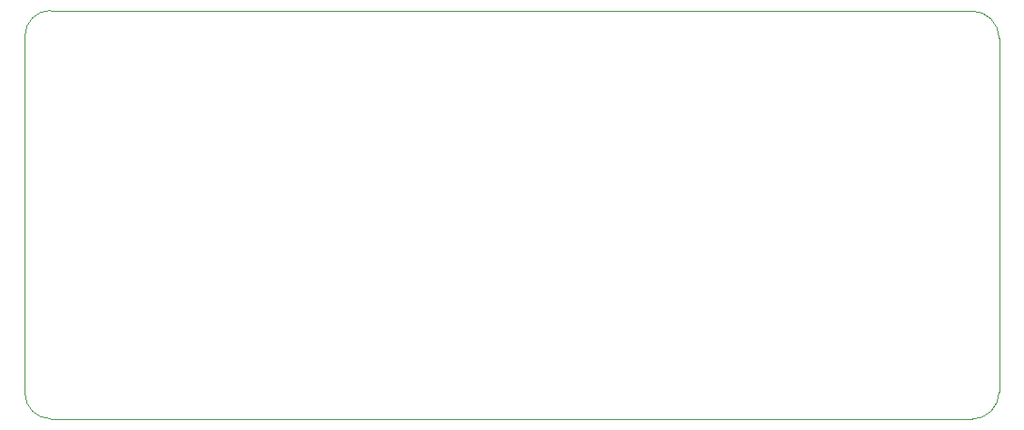
<source format=gbr>
%TF.GenerationSoftware,KiCad,Pcbnew,(6.0.0)*%
%TF.CreationDate,2023-04-29T05:22:17-07:00*%
%TF.ProjectId,coolpcbproject,636f6f6c-7063-4627-9072-6f6a6563742e,rev?*%
%TF.SameCoordinates,Original*%
%TF.FileFunction,Profile,NP*%
%FSLAX46Y46*%
G04 Gerber Fmt 4.6, Leading zero omitted, Abs format (unit mm)*
G04 Created by KiCad (PCBNEW (6.0.0)) date 2023-04-29 05:22:17*
%MOMM*%
%LPD*%
G01*
G04 APERTURE LIST*
%TA.AperFunction,Profile*%
%ADD10C,0.100000*%
%TD*%
G04 APERTURE END LIST*
D10*
X215314801Y-117524801D02*
X129381250Y-117475000D01*
X217854801Y-81964801D02*
G75*
G03*
X215314801Y-79424801I-2540001J-1D01*
G01*
X215314801Y-79424801D02*
X129381250Y-79375000D01*
X129381250Y-79375000D02*
G75*
G03*
X127000000Y-81756250I0J-2381250D01*
G01*
X127000000Y-81756250D02*
X127000000Y-115093750D01*
X217854801Y-81964801D02*
X217854801Y-114984801D01*
X127000000Y-115093750D02*
G75*
G03*
X129381250Y-117475000I2381250J0D01*
G01*
X215314801Y-117524801D02*
G75*
G03*
X217854801Y-114984801I-1J2540001D01*
G01*
M02*

</source>
